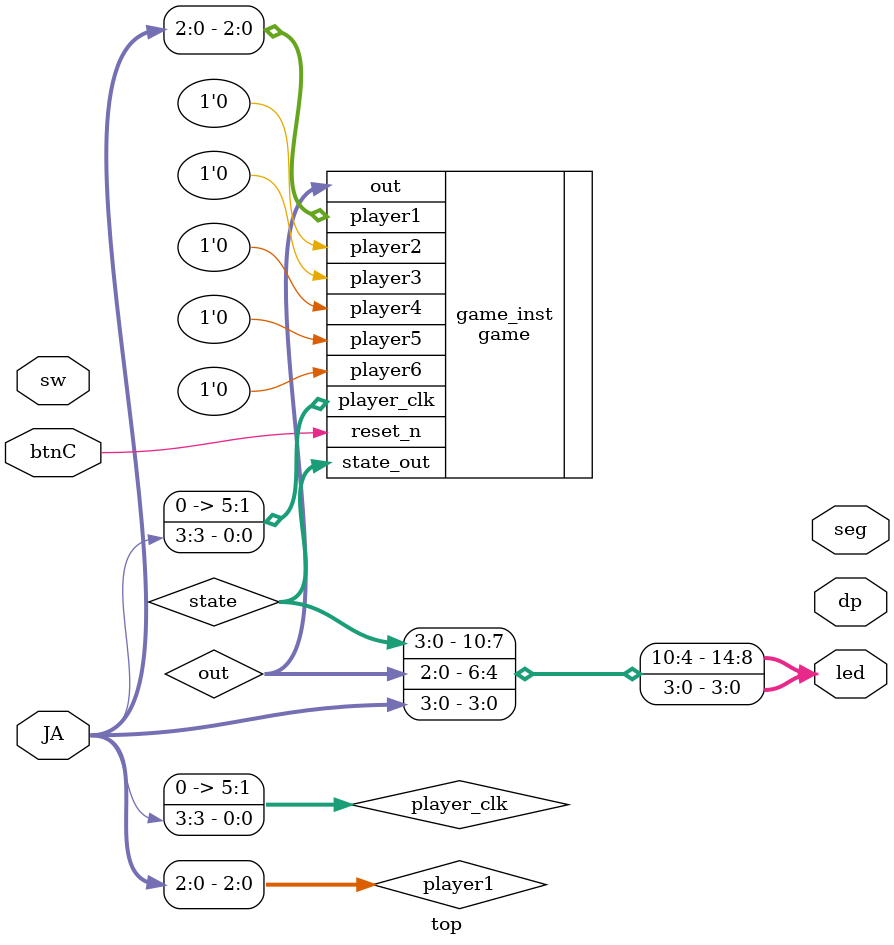
<source format=v>
`timescale 1ns / 1ps

module top (
    // 스위치(sw[0], sw[1]) 입력
    input  [1:0]  sw,

    // 16개 LED(led[0] ~ led[15]) 출력
    output [15:0] led,

    // 7-세그먼트(seg[0] ~ seg[6]) 및 소수점(dp) 출력
    output [6:0]  seg,
    output        dp,
    inout  [7:0]  JA,

    input btnC
);

    assign led[0] = JA[0];
    assign led[1] = JA[1];
    assign led[2] = JA[2];
    assign led[3] = JA[3];

    wire [3:0] state;
    wire [2:0] out;
    assign led[14:11] = state;
    assign led[10:8] = out;
    
    wire [5:0] player_clk;
    assign player_clk = {0, 0, 0, 0, 0, JA[3]};
    wire [2:0] player1;
    assign player1 = {JA[2], JA[1], JA[0]};

    always begin
        #100000
        $display("Player 1: %b", player1);
        $display("Player Clock: %b", player_clk);
        $display("Button C: %b", btnC);
    end
    game game_inst (
        .player1(player1),
        .player2(1'b0),
        .player3(1'b0),
        .player4(1'b0),
        .player5(1'b0),
        .player6(1'b0),
        .player_clk(player_clk),
        .reset_n(btnC),
        .out(out),
        .state_out(state)
    );

endmodule

</source>
